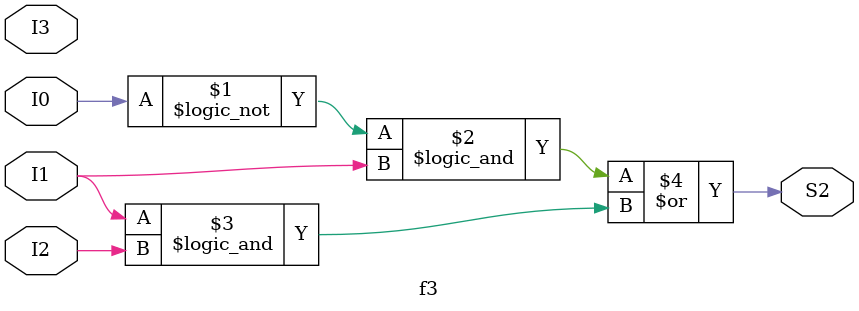
<source format=sv>
module f3(input I0, I1, I2, I3, 
			 output S2);

	assign S2 = (!I0&&I1)|(I1&&I2);
	
endmodule

</source>
